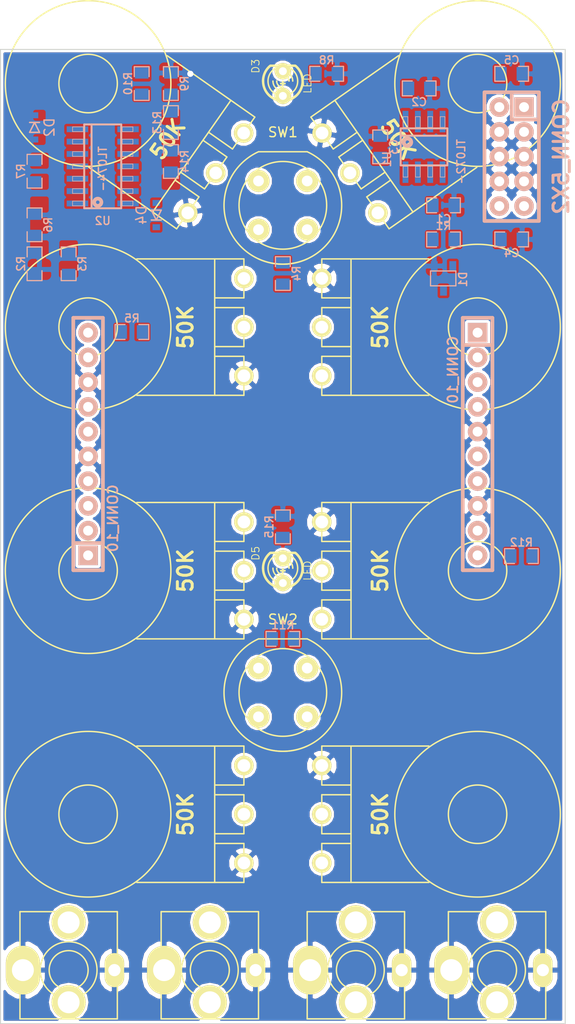
<source format=kicad_pcb>
(kicad_pcb (version 3) (host pcbnew "(2014-02-02 BZR 4653)-product")
  (layers (15 F.Cu signal) (0 B.Cu signal) (18 B.Paste user) (19 F.Paste user) (20 B.SilkS user) (21 F.SilkS user) (22 B.Mask user) (23 F.Mask user) (28 Edge.Cuts user))
  (net 0 "")
  (net 1 +12V)
  (net 2 "+5.0V A")
  (net 3 "+5.0V B")
  (net 4 -12V)
  (net 5 ATT1)
  (net 6 ATT2)
  (net 7 DEC1)
  (net 8 DEC2)
  (net 9 GATE1)
  (net 10 GATE2)
  (net 11 GND)
  (net 12 N-0000012)
  (net 13 N-0000014)
  (net 14 N-0000015)
  (net 15 N-0000016)
  (net 16 N-0000017)
  (net 17 N-0000018)
  (net 18 N-0000019)
  (net 19 N-0000020)
  (net 20 N-0000021)
  (net 21 N-0000022)
  (net 22 N-0000023)
  (net 23 N-0000027)
  (net 24 N-0000030)
  (net 25 N-0000031)
  (net 26 N-0000036)
  (net 27 N-0000038)
  (net 28 N-0000039)
  (net 29 OUT1)
  (net 30 OUT2)
  (net 31 REL1)
  (net 32 REL2)
  (net 33 SUS1)
  (net 34 SUS2)
  (module SOT23-JRL (layer B.Cu) (at 156.5 121)
    (fp_text reference D1 (at 1.99898 0.09906 270) (layer B.SilkS) (effects (font (size 0.8128 0.8128) (thickness 0.1524)) (justify mirror)))
    (fp_text value LM4040-5.0 hide)
    (pad 3 smd rect (at 0 1.27) (size 0.70104 1.00076) (layers B.Cu B.Paste B.Mask))
    (pad 1 smd rect (at 0.9525 -1.27) (size 0.70104 1.00076) (layers B.Cu B.Paste B.Mask) (net 26 N-0000036))
    (pad 2 smd rect (at -0.9525 -1.27) (size 0.70104 1.00076) (layers B.Cu B.Paste B.Mask) (net 11 GND))
  )
  (module SOIC-8-JRL (layer B.Cu) (at 154.5 107.5)
    (fp_text reference U1 (at -3.81 1.27 270) (layer B.SilkS) (effects (font (size 0.8128 0.8128) (thickness 0.1524)) (justify mirror)))
    (fp_text value TL072- (at 3.81 1.524 270) (layer B.SilkS) (effects (font (size 0.8128 0.8128) (thickness 0.1524)) (justify mirror)))
    (pad 1 smd rect (at -1.905 -2.59842) (size 0.59944 2.19964) (layers B.Cu B.Paste B.Mask) (net 2 "+5.0V A"))
    (pad 2 smd rect (at -0.635 -2.59842) (size 0.59944 2.19964) (layers B.Cu B.Paste B.Mask) (net 2 "+5.0V A"))
    (pad 3 smd rect (at 0.635 -2.59842) (size 0.59944 2.19964) (layers B.Cu B.Paste B.Mask) (net 26 N-0000036))
    (pad 4 smd rect (at 1.905 -2.59842) (size 0.59944 2.19964) (layers B.Cu B.Paste B.Mask) (net 4 -12V))
    (pad 5 smd rect (at 1.905 2.59842) (size 0.59944 2.19964) (layers B.Cu B.Paste B.Mask) (net 26 N-0000036))
    (pad 6 smd rect (at 0.635 2.59842) (size 0.59944 2.19964) (layers B.Cu B.Paste B.Mask) (net 3 "+5.0V B"))
    (pad 7 smd rect (at -0.635 2.59842) (size 0.59944 2.19964) (layers B.Cu B.Paste B.Mask) (net 3 "+5.0V B"))
    (pad 8 smd rect (at -1.905 2.59842) (size 0.59944 2.19964) (layers B.Cu B.Paste B.Mask) (net 1 +12V))
  )
  (module SOD323-JRL (layer B.Cu) (at 114.5 105.5 90)
    (fp_text reference D2 (at 0 1.524 90) (layer B.SilkS) (effects (font (size 1.016 1.016) (thickness 0.1524)) (justify mirror)))
    (fp_text value 1N4148 hide)
    (pad 1 smd rect (at -1.2446 0 90) (size 0.6096 0.762) (layers B.Cu B.Paste B.Mask) (net 24 N-0000030))
    (pad 2 smd rect (at 1.2446 0 90) (size 0.6096 0.762) (layers B.Cu B.Paste B.Mask) (net 28 N-0000039))
  )
  (module SOD323-JRL (layer B.Cu) (at 127 114.5 270)
    (fp_text reference D4 (at 0 1.524 270) (layer B.SilkS) (effects (font (size 1.016 1.016) (thickness 0.1524)) (justify mirror)))
    (fp_text value 1N4148 hide)
    (pad 1 smd rect (at -1.2446 0 270) (size 0.6096 0.762) (layers B.Cu B.Paste B.Mask) (net 18 N-0000019))
    (pad 2 smd rect (at 1.2446 0 270) (size 0.6096 0.762) (layers B.Cu B.Paste B.Mask) (net 17 N-0000018))
  )
  (module SO14-JRL (layer B.Cu) (at 121.5 109.5 90)
    (fp_text reference U2 (at -5.588 0 360) (layer B.SilkS) (effects (font (size 0.8128 0.8128) (thickness 0.1524)) (justify mirror)))
    (fp_text value TL074- (at -0.254 0 90) (layer B.SilkS) (effects (font (size 0.8128 0.8128) (thickness 0.1524)) (justify mirror)))
    (pad 1 smd rect (at -3.81 -2.59842 90) (size 0.59944 2.19964) (layers B.Cu B.Paste B.Mask) (net 25 N-0000031))
    (pad 2 smd rect (at -2.54 -2.59842 90) (size 0.59944 2.19964) (layers B.Cu B.Paste B.Mask) (net 14 N-0000015))
    (pad 3 smd rect (at -1.27 -2.59842 90) (size 0.59944 2.19964) (layers B.Cu B.Paste B.Mask) (net 29 OUT1))
    (pad 4 smd rect (at 0 -2.59842 90) (size 0.59944 2.19964) (layers B.Cu B.Paste B.Mask) (net 1 +12V))
    (pad 5 smd rect (at 1.27 -2.59842 90) (size 0.59944 2.19964) (layers B.Cu B.Paste B.Mask) (net 25 N-0000031))
    (pad 6 smd rect (at 2.54 -2.59842 90) (size 0.59944 2.19964) (layers B.Cu B.Paste B.Mask) (net 24 N-0000030))
    (pad 7 smd rect (at 3.81 -2.59842 90) (size 0.59944 2.19964) (layers B.Cu B.Paste B.Mask) (net 28 N-0000039))
    (pad 8 smd rect (at 3.81 2.59842 90) (size 0.59944 2.19964) (layers B.Cu B.Paste B.Mask) (net 22 N-0000023))
    (pad 9 smd rect (at 2.54 2.59842 90) (size 0.59944 2.19964) (layers B.Cu B.Paste B.Mask) (net 16 N-0000017))
    (pad 10 smd rect (at 1.27 2.59842 90) (size 0.59944 2.19964) (layers B.Cu B.Paste B.Mask) (net 30 OUT2))
    (pad 11 smd rect (at 0 2.59842 90) (size 0.59944 2.19964) (layers B.Cu B.Paste B.Mask) (net 4 -12V))
    (pad 12 smd rect (at -1.27 2.59842 90) (size 0.59944 2.19964) (layers B.Cu B.Paste B.Mask) (net 22 N-0000023))
    (pad 13 smd rect (at -2.54 2.59842 90) (size 0.59944 2.19964) (layers B.Cu B.Paste B.Mask) (net 18 N-0000019))
    (pad 14 smd rect (at -3.81 2.59842 90) (size 0.59944 2.19964) (layers B.Cu B.Paste B.Mask) (net 17 N-0000018))
  )
  (module SM0805-HAND (layer B.Cu) (at 114.5 110 270)
    (fp_text reference R7 (at 0 1.397 270) (layer B.SilkS) (effects (font (size 0.8128 0.8128) (thickness 0.1524)) (justify mirror)))
    (fp_text value 82K hide)
    (pad 1 smd rect (at -1.0795 0 270) (size 1.143 1.397) (layers B.Cu B.Paste B.Mask) (net 14 N-0000015))
    (pad 2 smd rect (at 1.0795 0 270) (size 1.143 1.397) (layers B.Cu B.Paste B.Mask) (net 25 N-0000031))
  )
  (module SM0805-HAND (layer B.Cu) (at 164.5 149.5 180)
    (fp_text reference R12 (at 0 1.397 180) (layer B.SilkS) (effects (font (size 0.8128 0.8128) (thickness 0.1524)) (justify mirror)))
    (fp_text value 10K hide)
    (pad 1 smd rect (at -1.0795 0 180) (size 1.143 1.397) (layers B.Cu B.Paste B.Mask) (net 20 N-0000021))
    (pad 2 smd rect (at 1.0795 0 180) (size 1.143 1.397) (layers B.Cu B.Paste B.Mask) (net 10 GATE2))
  )
  (module SM0805-HAND (layer B.Cu) (at 114.5 115.5 90)
    (fp_text reference R6 (at 0 1.397 90) (layer B.SilkS) (effects (font (size 0.8128 0.8128) (thickness 0.1524)) (justify mirror)))
    (fp_text value 100K hide)
    (pad 1 smd rect (at -1.0795 0 90) (size 1.143 1.397) (layers B.Cu B.Paste B.Mask) (net 13 N-0000014))
    (pad 2 smd rect (at 1.0795 0 90) (size 1.143 1.397) (layers B.Cu B.Paste B.Mask) (net 14 N-0000015))
  )
  (module SM0805-HAND (layer B.Cu) (at 114.5 119.5 270)
    (fp_text reference R2 (at 0 1.397 270) (layer B.SilkS) (effects (font (size 0.8128 0.8128) (thickness 0.1524)) (justify mirror)))
    (fp_text value 120K hide)
    (pad 1 smd rect (at -1.0795 0 270) (size 1.143 1.397) (layers B.Cu B.Paste B.Mask) (net 13 N-0000014))
    (pad 2 smd rect (at 1.0795 0 270) (size 1.143 1.397) (layers B.Cu B.Paste B.Mask) (net 11 GND))
  )
  (module SM0805-HAND (layer B.Cu) (at 118 119.5 90)
    (fp_text reference R3 (at 0 1.397 90) (layer B.SilkS) (effects (font (size 0.8128 0.8128) (thickness 0.1524)) (justify mirror)))
    (fp_text value 330K hide)
    (pad 1 smd rect (at -1.0795 0 90) (size 1.143 1.397) (layers B.Cu B.Paste B.Mask) (net 4 -12V))
    (pad 2 smd rect (at 1.0795 0 90) (size 1.143 1.397) (layers B.Cu B.Paste B.Mask) (net 13 N-0000014))
  )
  (module SM0805-HAND (layer B.Cu) (at 124.5 126.5 180)
    (fp_text reference R5 (at 0 1.397 180) (layer B.SilkS) (effects (font (size 0.8128 0.8128) (thickness 0.1524)) (justify mirror)))
    (fp_text value 10K hide)
    (pad 1 smd rect (at -1.0795 0 180) (size 1.143 1.397) (layers B.Cu B.Paste B.Mask) (net 23 N-0000027))
    (pad 2 smd rect (at 1.0795 0 180) (size 1.143 1.397) (layers B.Cu B.Paste B.Mask) (net 9 GATE1))
  )
  (module SM0805-HAND (layer B.Cu) (at 154 101.5)
    (fp_text reference C2 (at 0 1.397) (layer B.SilkS) (effects (font (size 0.8128 0.8128) (thickness 0.1524)) (justify mirror)))
    (fp_text value 100n hide)
    (pad 1 smd rect (at -1.0795 0) (size 1.143 1.397) (layers B.Cu B.Paste B.Mask) (net 2 "+5.0V A"))
    (pad 2 smd rect (at 1.0795 0) (size 1.143 1.397) (layers B.Cu B.Paste B.Mask) (net 11 GND))
  )
  (module SM0805-HAND (layer B.Cu) (at 150 107.5 90)
    (fp_text reference C3 (at 0 1.397 90) (layer B.SilkS) (effects (font (size 0.8128 0.8128) (thickness 0.1524)) (justify mirror)))
    (fp_text value 100n hide)
    (pad 1 smd rect (at -1.0795 0 90) (size 1.143 1.397) (layers B.Cu B.Paste B.Mask) (net 3 "+5.0V B"))
    (pad 2 smd rect (at 1.0795 0 90) (size 1.143 1.397) (layers B.Cu B.Paste B.Mask) (net 11 GND))
  )
  (module SM0805-HAND (layer B.Cu) (at 140 158 180)
    (fp_text reference R11 (at 0 1.397 180) (layer B.SilkS) (effects (font (size 0.8128 0.8128) (thickness 0.1524)) (justify mirror)))
    (fp_text value 10K hide)
    (pad 1 smd rect (at -1.0795 0 180) (size 1.143 1.397) (layers B.Cu B.Paste B.Mask) (net 3 "+5.0V B"))
    (pad 2 smd rect (at 1.0795 0 180) (size 1.143 1.397) (layers B.Cu B.Paste B.Mask) (net 12 N-0000012))
  )
  (module SM0805-HAND (layer B.Cu) (at 140 146.5 270)
    (fp_text reference R15 (at 0 1.397 270) (layer B.SilkS) (effects (font (size 0.8128 0.8128) (thickness 0.1524)) (justify mirror)))
    (fp_text value 270 hide)
    (pad 1 smd rect (at -1.0795 0 270) (size 1.143 1.397) (layers B.Cu B.Paste B.Mask) (net 11 GND))
    (pad 2 smd rect (at 1.0795 0 270) (size 1.143 1.397) (layers B.Cu B.Paste B.Mask) (net 15 N-0000016))
  )
  (module SM0805-HAND (layer B.Cu) (at 128.5 109 90)
    (fp_text reference R14 (at 0 1.397 90) (layer B.SilkS) (effects (font (size 0.8128 0.8128) (thickness 0.1524)) (justify mirror)))
    (fp_text value 82K hide)
    (pad 1 smd rect (at -1.0795 0 90) (size 1.143 1.397) (layers B.Cu B.Paste B.Mask) (net 16 N-0000017))
    (pad 2 smd rect (at 1.0795 0 90) (size 1.143 1.397) (layers B.Cu B.Paste B.Mask) (net 22 N-0000023))
  )
  (module SM0805-HAND (layer B.Cu) (at 128.5 105 270)
    (fp_text reference R13 (at 0 1.397 270) (layer B.SilkS) (effects (font (size 0.8128 0.8128) (thickness 0.1524)) (justify mirror)))
    (fp_text value 100K hide)
    (pad 1 smd rect (at -1.0795 0 270) (size 1.143 1.397) (layers B.Cu B.Paste B.Mask) (net 21 N-0000022))
    (pad 2 smd rect (at 1.0795 0 270) (size 1.143 1.397) (layers B.Cu B.Paste B.Mask) (net 16 N-0000017))
  )
  (module SM0805-HAND (layer B.Cu) (at 128.5 101 90)
    (fp_text reference R9 (at 0 1.397 90) (layer B.SilkS) (effects (font (size 0.8128 0.8128) (thickness 0.1524)) (justify mirror)))
    (fp_text value 120K hide)
    (pad 1 smd rect (at -1.0795 0 90) (size 1.143 1.397) (layers B.Cu B.Paste B.Mask) (net 21 N-0000022))
    (pad 2 smd rect (at 1.0795 0 90) (size 1.143 1.397) (layers B.Cu B.Paste B.Mask) (net 11 GND))
  )
  (module SM0805-HAND (layer B.Cu) (at 125.5 101 270)
    (fp_text reference R10 (at 0 1.397 270) (layer B.SilkS) (effects (font (size 0.8128 0.8128) (thickness 0.1524)) (justify mirror)))
    (fp_text value 330K hide)
    (pad 1 smd rect (at -1.0795 0 270) (size 1.143 1.397) (layers B.Cu B.Paste B.Mask) (net 4 -12V))
    (pad 2 smd rect (at 1.0795 0 270) (size 1.143 1.397) (layers B.Cu B.Paste B.Mask) (net 21 N-0000022))
  )
  (module SM0805-HAND (layer B.Cu) (at 163.5 100 180)
    (fp_text reference C5 (at 0 1.397 180) (layer B.SilkS) (effects (font (size 0.8128 0.8128) (thickness 0.1524)) (justify mirror)))
    (fp_text value 1μ hide)
    (pad 1 smd rect (at -1.0795 0 180) (size 1.143 1.397) (layers B.Cu B.Paste B.Mask) (net 11 GND))
    (pad 2 smd rect (at 1.0795 0 180) (size 1.143 1.397) (layers B.Cu B.Paste B.Mask) (net 4 -12V))
  )
  (module SM0805-HAND (layer B.Cu) (at 163.5 117)
    (fp_text reference C4 (at 0 1.397) (layer B.SilkS) (effects (font (size 0.8128 0.8128) (thickness 0.1524)) (justify mirror)))
    (fp_text value 1μ hide)
    (pad 1 smd rect (at -1.0795 0) (size 1.143 1.397) (layers B.Cu B.Paste B.Mask) (net 1 +12V))
    (pad 2 smd rect (at 1.0795 0) (size 1.143 1.397) (layers B.Cu B.Paste B.Mask) (net 11 GND))
  )
  (module SM0805-HAND (layer B.Cu) (at 140 120.5 90)
    (fp_text reference R4 (at 0 1.397 90) (layer B.SilkS) (effects (font (size 0.8128 0.8128) (thickness 0.1524)) (justify mirror)))
    (fp_text value 10K hide)
    (pad 1 smd rect (at -1.0795 0 90) (size 1.143 1.397) (layers B.Cu B.Paste B.Mask) (net 2 "+5.0V A"))
    (pad 2 smd rect (at 1.0795 0 90) (size 1.143 1.397) (layers B.Cu B.Paste B.Mask) (net 19 N-0000020))
  )
  (module SM0805-HAND (layer B.Cu) (at 144.5 100 180)
    (fp_text reference R8 (at 0 1.397 180) (layer B.SilkS) (effects (font (size 0.8128 0.8128) (thickness 0.1524)) (justify mirror)))
    (fp_text value 270 hide)
    (pad 1 smd rect (at -1.0795 0 180) (size 1.143 1.397) (layers B.Cu B.Paste B.Mask) (net 11 GND))
    (pad 2 smd rect (at 1.0795 0 180) (size 1.143 1.397) (layers B.Cu B.Paste B.Mask) (net 27 N-0000038))
  )
  (module SM0805-HAND (layer B.Cu) (at 156.5 113.5)
    (fp_text reference C1 (at 0 1.397) (layer B.SilkS) (effects (font (size 0.8128 0.8128) (thickness 0.1524)) (justify mirror)))
    (fp_text value 100n hide)
    (pad 1 smd rect (at -1.0795 0) (size 1.143 1.397) (layers B.Cu B.Paste B.Mask) (net 26 N-0000036))
    (pad 2 smd rect (at 1.0795 0) (size 1.143 1.397) (layers B.Cu B.Paste B.Mask) (net 11 GND))
  )
  (module SM0805-HAND (layer B.Cu) (at 156.5 117 180)
    (fp_text reference R1 (at 0 1.397 180) (layer B.SilkS) (effects (font (size 0.8128 0.8128) (thickness 0.1524)) (justify mirror)))
    (fp_text value 10K hide)
    (pad 1 smd rect (at -1.0795 0 180) (size 1.143 1.397) (layers B.Cu B.Paste B.Mask) (net 1 +12V))
    (pad 2 smd rect (at 1.0795 0 180) (size 1.143 1.397) (layers B.Cu B.Paste B.Mask) (net 26 N-0000036))
  )
  (module RV16A-41 (layer F.Cu) (at 120 101 55)
    (fp_text reference P1 hide)
    (fp_text value 50K (at 0 9.99998 55) (layer F.SilkS) (effects (font (thickness 0.3048))))
    (pad 2 thru_hole circle (at 0 16 55) (size 1.99898 1.99898) (drill 1.30048) (layers *.Cu *.Mask F.SilkS) (net 5 ATT1))
    (pad 3 thru_hole circle (at 5 16 55) (size 1.99898 1.99898) (drill 1.30048) (layers *.Cu *.Mask F.SilkS) (net 2 "+5.0V A"))
    (pad 1 thru_hole circle (at -5 16 55) (size 1.99898 1.99898) (drill 1.30048) (layers *.Cu *.Mask F.SilkS) (net 11 GND))
  )
  (module RV16A-41 (layer F.Cu) (at 120 126 90)
    (fp_text reference P2 hide)
    (fp_text value 50K (at 0 9.99998 90) (layer F.SilkS) (effects (font (thickness 0.3048))))
    (pad 2 thru_hole circle (at 0 16 90) (size 1.99898 1.99898) (drill 1.30048) (layers *.Cu *.Mask F.SilkS) (net 7 DEC1))
    (pad 3 thru_hole circle (at 5 16 90) (size 1.99898 1.99898) (drill 1.30048) (layers *.Cu *.Mask F.SilkS) (net 2 "+5.0V A"))
    (pad 1 thru_hole circle (at -5 16 90) (size 1.99898 1.99898) (drill 1.30048) (layers *.Cu *.Mask F.SilkS) (net 11 GND))
  )
  (module RV16A-41 (layer F.Cu) (at 120 151 90)
    (fp_text reference P3 hide)
    (fp_text value 50K (at 0 9.99998 90) (layer F.SilkS) (effects (font (thickness 0.3048))))
    (pad 2 thru_hole circle (at 0 16 90) (size 1.99898 1.99898) (drill 1.30048) (layers *.Cu *.Mask F.SilkS) (net 33 SUS1))
    (pad 3 thru_hole circle (at 5 16 90) (size 1.99898 1.99898) (drill 1.30048) (layers *.Cu *.Mask F.SilkS) (net 2 "+5.0V A"))
    (pad 1 thru_hole circle (at -5 16 90) (size 1.99898 1.99898) (drill 1.30048) (layers *.Cu *.Mask F.SilkS) (net 11 GND))
  )
  (module RV16A-41 (layer F.Cu) (at 120 176 90)
    (fp_text reference P4 hide)
    (fp_text value 50K (at 0 9.99998 90) (layer F.SilkS) (effects (font (thickness 0.3048))))
    (pad 2 thru_hole circle (at 0 16 90) (size 1.99898 1.99898) (drill 1.30048) (layers *.Cu *.Mask F.SilkS) (net 31 REL1))
    (pad 3 thru_hole circle (at 5 16 90) (size 1.99898 1.99898) (drill 1.30048) (layers *.Cu *.Mask F.SilkS) (net 2 "+5.0V A"))
    (pad 1 thru_hole circle (at -5 16 90) (size 1.99898 1.99898) (drill 1.30048) (layers *.Cu *.Mask F.SilkS) (net 11 GND))
  )
  (module RV16A-41 (layer F.Cu) (at 160 176 270)
    (fp_text reference P8 hide)
    (fp_text value 50K (at 0 9.99998 270) (layer F.SilkS) (effects (font (thickness 0.3048))))
    (pad 2 thru_hole circle (at 0 16 270) (size 1.99898 1.99898) (drill 1.30048) (layers *.Cu *.Mask F.SilkS) (net 32 REL2))
    (pad 3 thru_hole circle (at 5 16 270) (size 1.99898 1.99898) (drill 1.30048) (layers *.Cu *.Mask F.SilkS) (net 3 "+5.0V B"))
    (pad 1 thru_hole circle (at -5 16 270) (size 1.99898 1.99898) (drill 1.30048) (layers *.Cu *.Mask F.SilkS) (net 11 GND))
  )
  (module RV16A-41 (layer F.Cu) (at 160 151 270)
    (fp_text reference P7 hide)
    (fp_text value 50K (at 0 9.99998 270) (layer F.SilkS) (effects (font (thickness 0.3048))))
    (pad 2 thru_hole circle (at 0 16 270) (size 1.99898 1.99898) (drill 1.30048) (layers *.Cu *.Mask F.SilkS) (net 34 SUS2))
    (pad 3 thru_hole circle (at 5 16 270) (size 1.99898 1.99898) (drill 1.30048) (layers *.Cu *.Mask F.SilkS) (net 3 "+5.0V B"))
    (pad 1 thru_hole circle (at -5 16 270) (size 1.99898 1.99898) (drill 1.30048) (layers *.Cu *.Mask F.SilkS) (net 11 GND))
  )
  (module RV16A-41 (layer F.Cu) (at 160 126 270)
    (fp_text reference P6 hide)
    (fp_text value 50K (at 0 9.99998 270) (layer F.SilkS) (effects (font (thickness 0.3048))))
    (pad 2 thru_hole circle (at 0 16 270) (size 1.99898 1.99898) (drill 1.30048) (layers *.Cu *.Mask F.SilkS) (net 8 DEC2))
    (pad 3 thru_hole circle (at 5 16 270) (size 1.99898 1.99898) (drill 1.30048) (layers *.Cu *.Mask F.SilkS) (net 3 "+5.0V B"))
    (pad 1 thru_hole circle (at -5 16 270) (size 1.99898 1.99898) (drill 1.30048) (layers *.Cu *.Mask F.SilkS) (net 11 GND))
  )
  (module RV16A-41 (layer F.Cu) (at 160 101 305)
    (fp_text reference P5 hide)
    (fp_text value 50K (at 0 9.99998 305) (layer F.SilkS) (effects (font (thickness 0.3048))))
    (pad 2 thru_hole circle (at 0 16 305) (size 1.99898 1.99898) (drill 1.30048) (layers *.Cu *.Mask F.SilkS) (net 6 ATT2))
    (pad 3 thru_hole circle (at 5 16 305) (size 1.99898 1.99898) (drill 1.30048) (layers *.Cu *.Mask F.SilkS) (net 3 "+5.0V B"))
    (pad 1 thru_hole circle (at -5 16 305) (size 1.99898 1.99898) (drill 1.30048) (layers *.Cu *.Mask F.SilkS) (net 11 GND))
  )
  (module PJ-301B-JACK (layer F.Cu) (at 147.5 192)
    (fp_text reference J3 hide)
    (fp_text value OUT1 hide)
    (pad 1 thru_hole oval (at -4.7 0) (size 3.5 5) (drill 2.25) (layers *.Cu *.Mask F.SilkS) (net 11 GND))
    (pad 1 thru_hole oval (at 4.7 0) (size 2 3.5) (drill 1.25) (layers *.Cu *.Mask F.SilkS) (net 11 GND))
    (pad 3 thru_hole oval (at 0 -4.9) (size 3.5 3.5) (drill 2.25) (layers *.Cu *.Mask F.SilkS) (net 30 OUT2))
    (pad 2 thru_hole oval (at 0 3.3) (size 3.5 3.5) (drill 2.25) (layers *.Cu *.Mask F.SilkS))
  )
  (module PJ-301B-JACK (layer F.Cu) (at 162 192)
    (fp_text reference J4 hide)
    (fp_text value GATE1 hide)
    (pad 1 thru_hole oval (at -4.7 0) (size 3.5 5) (drill 2.25) (layers *.Cu *.Mask F.SilkS) (net 11 GND))
    (pad 1 thru_hole oval (at 4.7 0) (size 2 3.5) (drill 1.25) (layers *.Cu *.Mask F.SilkS) (net 11 GND))
    (pad 3 thru_hole oval (at 0 -4.9) (size 3.5 3.5) (drill 2.25) (layers *.Cu *.Mask F.SilkS) (net 20 N-0000021))
    (pad 2 thru_hole oval (at 0 3.3) (size 3.5 3.5) (drill 2.25) (layers *.Cu *.Mask F.SilkS))
  )
  (module PJ-301B-JACK (layer F.Cu) (at 132.5 192)
    (fp_text reference J1 hide)
    (fp_text value OUT1 hide)
    (pad 1 thru_hole oval (at -4.7 0) (size 3.5 5) (drill 2.25) (layers *.Cu *.Mask F.SilkS) (net 11 GND))
    (pad 1 thru_hole oval (at 4.7 0) (size 2 3.5) (drill 1.25) (layers *.Cu *.Mask F.SilkS) (net 11 GND))
    (pad 3 thru_hole oval (at 0 -4.9) (size 3.5 3.5) (drill 2.25) (layers *.Cu *.Mask F.SilkS) (net 29 OUT1))
    (pad 2 thru_hole oval (at 0 3.3) (size 3.5 3.5) (drill 2.25) (layers *.Cu *.Mask F.SilkS))
  )
  (module PJ-301B-JACK (layer F.Cu) (at 118 192)
    (fp_text reference J2 hide)
    (fp_text value GATE1 hide)
    (pad 1 thru_hole oval (at -4.7 0) (size 3.5 5) (drill 2.25) (layers *.Cu *.Mask F.SilkS) (net 11 GND))
    (pad 1 thru_hole oval (at 4.7 0) (size 2 3.5) (drill 1.25) (layers *.Cu *.Mask F.SilkS) (net 11 GND))
    (pad 3 thru_hole oval (at 0 -4.9) (size 3.5 3.5) (drill 2.25) (layers *.Cu *.Mask F.SilkS) (net 23 N-0000027))
    (pad 2 thru_hole oval (at 0 3.3) (size 3.5 3.5) (drill 2.25) (layers *.Cu *.Mask F.SilkS))
  )
  (module LED-3MM (layer F.Cu) (at 140 151 90)
    (fp_text reference D5 (at 1.778 -2.794 90) (layer F.SilkS) (effects (font (size 0.762 0.762) (thickness 0.0889))))
    (fp_text value LED (at 0 2.54 90) (layer F.SilkS) (effects (font (size 0.762 0.762) (thickness 0.0889))))
    (pad 1 thru_hole circle (at -1.27 0 90) (size 1.6764 1.6764) (drill 0.8128) (layers *.Cu F.Paste F.SilkS F.Mask) (net 17 N-0000018))
    (pad 2 thru_hole circle (at 1.27 0 90) (size 1.6764 1.6764) (drill 0.8128) (layers *.Cu F.Paste F.SilkS F.Mask) (net 15 N-0000016))
  )
  (module LED-3MM (layer F.Cu) (at 140 101 90)
    (fp_text reference D3 (at 1.778 -2.794 90) (layer F.SilkS) (effects (font (size 0.762 0.762) (thickness 0.0889))))
    (fp_text value LED (at 0 2.54 90) (layer F.SilkS) (effects (font (size 0.762 0.762) (thickness 0.0889))))
    (pad 1 thru_hole circle (at -1.27 0 90) (size 1.6764 1.6764) (drill 0.8128) (layers *.Cu F.Paste F.SilkS F.Mask) (net 28 N-0000039))
    (pad 2 thru_hole circle (at 1.27 0 90) (size 1.6764 1.6764) (drill 0.8128) (layers *.Cu F.Paste F.SilkS F.Mask) (net 27 N-0000038))
  )
  (module KS-01Q-02-JRL (layer F.Cu) (at 140 163.5)
    (fp_text reference SW2 (at 0 -7.5) (layer F.SilkS))
    (fp_text value SW_PUSH hide)
    (pad 4 thru_hole circle (at 2.5 2.5) (size 2.25 2.25) (drill 1.1) (layers *.Cu *.Mask F.SilkS) (net 10 GATE2))
    (pad 3 thru_hole circle (at -2.5 2.5) (size 2.25 2.25) (drill 1.1) (layers *.Cu *.Mask F.SilkS) (net 12 N-0000012))
    (pad 1 thru_hole circle (at -2.5 -2.5) (size 2.25 2.25) (drill 1.1) (layers *.Cu *.Mask F.SilkS) (net 12 N-0000012))
    (pad 2 thru_hole circle (at 2.5 -2.5) (size 2.25 2.25) (drill 1.1) (layers *.Cu *.Mask F.SilkS) (net 10 GATE2))
  )
  (module KS-01Q-02-JRL (layer F.Cu) (at 140 113.5)
    (fp_text reference SW1 (at 0 -7.5) (layer F.SilkS))
    (fp_text value SW_PUSH hide)
    (pad 4 thru_hole circle (at 2.5 2.5) (size 2.25 2.25) (drill 1.1) (layers *.Cu *.Mask F.SilkS) (net 9 GATE1))
    (pad 3 thru_hole circle (at -2.5 2.5) (size 2.25 2.25) (drill 1.1) (layers *.Cu *.Mask F.SilkS) (net 19 N-0000020))
    (pad 1 thru_hole circle (at -2.5 -2.5) (size 2.25 2.25) (drill 1.1) (layers *.Cu *.Mask F.SilkS) (net 19 N-0000020))
    (pad 2 thru_hole circle (at 2.5 -2.5) (size 2.25 2.25) (drill 1.1) (layers *.Cu *.Mask F.SilkS) (net 9 GATE1))
  )
  (module CONN_0100_X_10 (layer B.Cu) (at 160 138 270)
    (fp_text reference EG2 hide)
    (fp_text value CONN_10 (at -7.62 2.54 270) (layer B.SilkS) (effects (font (size 1.016 1.016) (thickness 0.1905)) (justify mirror)))
    (pad 1 thru_hole rect (at -11.43 0 270) (size 1.99898 1.99898) (drill 1.016) (layers *.Cu *.Mask B.SilkS) (net 1 +12V))
    (pad 2 thru_hole circle (at -8.89 0 270) (size 1.99898 1.99898) (drill 1.016) (layers *.Cu *.Mask B.SilkS) (net 8 DEC2))
    (pad 3 thru_hole circle (at -6.35 0 270) (size 1.99898 1.99898) (drill 1.016) (layers *.Cu *.Mask B.SilkS) (net 4 -12V))
    (pad 4 thru_hole circle (at -3.81 0 270) (size 1.99898 1.99898) (drill 1.016) (layers *.Cu *.Mask B.SilkS) (net 30 OUT2))
    (pad 5 thru_hole circle (at -1.27 0 270) (size 1.99898 1.99898) (drill 1.016) (layers *.Cu *.Mask B.SilkS) (net 11 GND))
    (pad 6 thru_hole circle (at 1.27 0 270) (size 1.99898 1.99898) (drill 1.016) (layers *.Cu *.Mask B.SilkS) (net 34 SUS2))
    (pad 7 thru_hole circle (at 3.81 0 270) (size 1.99898 1.99898) (drill 1.016) (layers *.Cu *.Mask B.SilkS) (net 32 REL2))
    (pad 8 thru_hole circle (at 6.35 0 270) (size 1.99898 1.99898) (drill 1.016) (layers *.Cu *.Mask B.SilkS) (net 11 GND))
    (pad 9 thru_hole circle (at 8.89 0 270) (size 1.99898 1.99898) (drill 1.016) (layers *.Cu *.Mask B.SilkS) (net 6 ATT2))
    (pad 10 thru_hole circle (at 11.43 0 270) (size 1.99898 1.99898) (drill 1.016) (layers *.Cu *.Mask B.SilkS) (net 10 GATE2))
  )
  (module CONN_0100_X_10 (layer B.Cu) (at 120 138 90)
    (fp_text reference EG1 hide)
    (fp_text value CONN_10 (at -7.62 2.54 90) (layer B.SilkS) (effects (font (size 1.016 1.016) (thickness 0.1905)) (justify mirror)))
    (pad 1 thru_hole rect (at -11.43 0 90) (size 1.99898 1.99898) (drill 1.016) (layers *.Cu *.Mask B.SilkS) (net 1 +12V))
    (pad 2 thru_hole circle (at -8.89 0 90) (size 1.99898 1.99898) (drill 1.016) (layers *.Cu *.Mask B.SilkS) (net 7 DEC1))
    (pad 3 thru_hole circle (at -6.35 0 90) (size 1.99898 1.99898) (drill 1.016) (layers *.Cu *.Mask B.SilkS) (net 4 -12V))
    (pad 4 thru_hole circle (at -3.81 0 90) (size 1.99898 1.99898) (drill 1.016) (layers *.Cu *.Mask B.SilkS) (net 29 OUT1))
    (pad 5 thru_hole circle (at -1.27 0 90) (size 1.99898 1.99898) (drill 1.016) (layers *.Cu *.Mask B.SilkS) (net 11 GND))
    (pad 6 thru_hole circle (at 1.27 0 90) (size 1.99898 1.99898) (drill 1.016) (layers *.Cu *.Mask B.SilkS) (net 33 SUS1))
    (pad 7 thru_hole circle (at 3.81 0 90) (size 1.99898 1.99898) (drill 1.016) (layers *.Cu *.Mask B.SilkS) (net 31 REL1))
    (pad 8 thru_hole circle (at 6.35 0 90) (size 1.99898 1.99898) (drill 1.016) (layers *.Cu *.Mask B.SilkS) (net 11 GND))
    (pad 9 thru_hole circle (at 8.89 0 90) (size 1.99898 1.99898) (drill 1.016) (layers *.Cu *.Mask B.SilkS) (net 5 ATT1))
    (pad 10 thru_hole circle (at 11.43 0 90) (size 1.99898 1.99898) (drill 1.016) (layers *.Cu *.Mask B.SilkS) (net 9 GATE1))
  )
  (module CONN_0100_2X5_10 (layer B.Cu) (at 163.5 108.5 270)
    (fp_text reference PWR1 hide)
    (fp_text value CONN_5X2 (at 0 -5.08 270) (layer B.SilkS) (effects (font (thickness 0.3048)) (justify mirror)))
    (pad 7 thru_hole circle (at 2.54 -1.27 270) (size 1.99898 1.99898) (drill 1.016) (layers *.Cu *.Mask B.SilkS) (net 11 GND))
    (pad 5 thru_hole circle (at 0 -1.27 270) (size 1.99898 1.99898) (drill 1.016) (layers *.Cu *.Mask B.SilkS) (net 11 GND))
    (pad 9 thru_hole circle (at 5.08 -1.27 270) (size 1.99898 1.99898) (drill 1.016) (layers *.Cu *.Mask B.SilkS) (net 1 +12V))
    (pad 3 thru_hole circle (at -2.54 -1.27 270) (size 1.99898 1.99898) (drill 1.016) (layers *.Cu *.Mask B.SilkS) (net 11 GND))
    (pad 1 thru_hole rect (at -5.08 -1.27 270) (size 1.99898 1.99898) (drill 1.016) (layers *.Cu *.Mask B.SilkS) (net 4 -12V))
    (pad 2 thru_hole circle (at -5.08 1.27 270) (size 1.99898 1.99898) (drill 1.016) (layers *.Cu *.Mask B.SilkS) (net 4 -12V))
    (pad 4 thru_hole circle (at -2.54 1.27 270) (size 1.99898 1.99898) (drill 1.016) (layers *.Cu *.Mask B.SilkS) (net 11 GND))
    (pad 6 thru_hole circle (at 0 1.27 270) (size 1.99898 1.99898) (drill 1.016) (layers *.Cu *.Mask B.SilkS) (net 11 GND))
    (pad 8 thru_hole circle (at 2.54 1.27 270) (size 1.99898 1.99898) (drill 1.016) (layers *.Cu *.Mask B.SilkS) (net 11 GND))
    (pad 10 thru_hole circle (at 5.08 1.27 270) (size 1.99898 1.99898) (drill 1.016) (layers *.Cu *.Mask B.SilkS) (net 1 +12V))
  )
  (gr_line (start 169 197.5) (end 169 97.5) (angle 90) (layer Edge.Cuts) (width 0.1))
  (gr_line (start 111 97.5) (end 111 197.5) (angle 90) (layer Edge.Cuts) (width 0.1))
  (gr_line (start 111 97.5) (end 169 97.5) (angle 90) (layer Edge.Cuts) (width 0.1))
  (gr_line (start 139.8 151) (end 140.2 151) (angle 90) (layer F.SilkS) (width 0.2))
  (gr_line (start 140 150.8) (end 140 151.2) (angle 90) (layer F.SilkS) (width 0.2))
  (gr_line (start 139.8 101) (end 140.2 101) (angle 90) (layer F.SilkS) (width 0.2))
  (gr_line (start 140 100.8) (end 140 101.2) (angle 90) (layer F.SilkS) (width 0.2))
  (gr_line (start 111 197.5) (end 169 197.5) (angle 90) (layer Edge.Cuts) (width 0.1))
  (segment (start 128.5 99.9205) (end 130.4205 99.9205) (width 0.4064) (layer B.Cu) (net 11))
  (segment (start 130.4205 99.9205) (end 130.5 100) (width 0.4064) (layer B.Cu) (net 11))
  (via (at 130.5 100) (size 1.143) (layers F.Cu B.Cu) (net 11))
  (zone (net 11) (net_name GND) (layer B.Cu) (connect_pads (clearance 0.254)) (min_thickness 0.254) (fill (arc_segments 16) (thermal_gap 0.508) (thermal_bridge_width 0.508))
    (polygon (pts (xy 169 197.5) (xy 111 197.5) (xy 111 97.5) (xy 169 97.5)))
  )
  (zone (net 11) (net_name GND) (layer F.Cu) (connect_pads (clearance 0.254)) (min_thickness 0.254) (fill (arc_segments 16) (thermal_gap 0.508) (thermal_bridge_width 0.508))
    (polygon (pts (xy 169 197.5) (xy 111 197.5) (xy 111 97.5) (xy 169 97.5)))
  )
)
</source>
